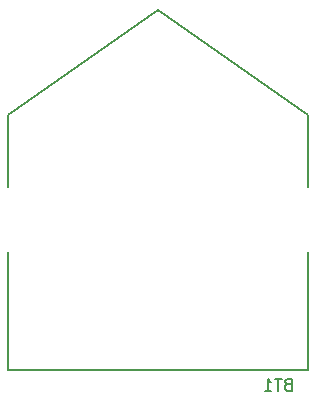
<source format=gbr>
G04 #@! TF.FileFunction,Legend,Bot*
%FSLAX46Y46*%
G04 Gerber Fmt 4.6, Leading zero omitted, Abs format (unit mm)*
G04 Created by KiCad (PCBNEW 4.0.7) date 05/01/18 22:04:37*
%MOMM*%
%LPD*%
G01*
G04 APERTURE LIST*
%ADD10C,0.100000*%
%ADD11C,0.150000*%
%ADD12R,4.400000X4.400000*%
%ADD13R,5.400000X5.400000*%
G04 APERTURE END LIST*
D10*
D11*
X153800000Y-87210000D02*
X166500000Y-78320000D01*
X166500000Y-78320000D02*
X179200000Y-87210000D01*
X179200000Y-108800000D02*
X179200000Y-87210000D01*
X153800000Y-87210000D02*
X153800000Y-108800000D01*
X153800000Y-108800000D02*
X179200000Y-108800000D01*
X177445714Y-109998571D02*
X177302857Y-110046190D01*
X177255238Y-110093810D01*
X177207619Y-110189048D01*
X177207619Y-110331905D01*
X177255238Y-110427143D01*
X177302857Y-110474762D01*
X177398095Y-110522381D01*
X177779048Y-110522381D01*
X177779048Y-109522381D01*
X177445714Y-109522381D01*
X177350476Y-109570000D01*
X177302857Y-109617619D01*
X177255238Y-109712857D01*
X177255238Y-109808095D01*
X177302857Y-109903333D01*
X177350476Y-109950952D01*
X177445714Y-109998571D01*
X177779048Y-109998571D01*
X176921905Y-109522381D02*
X176350476Y-109522381D01*
X176636191Y-110522381D02*
X176636191Y-109522381D01*
X175493333Y-110522381D02*
X176064762Y-110522381D01*
X175779048Y-110522381D02*
X175779048Y-109522381D01*
X175874286Y-109665238D01*
X175969524Y-109760476D01*
X176064762Y-109808095D01*
%LPC*%
D12*
X166500000Y-96100000D03*
D13*
X153800000Y-96100000D03*
X179300000Y-96100000D03*
M02*

</source>
